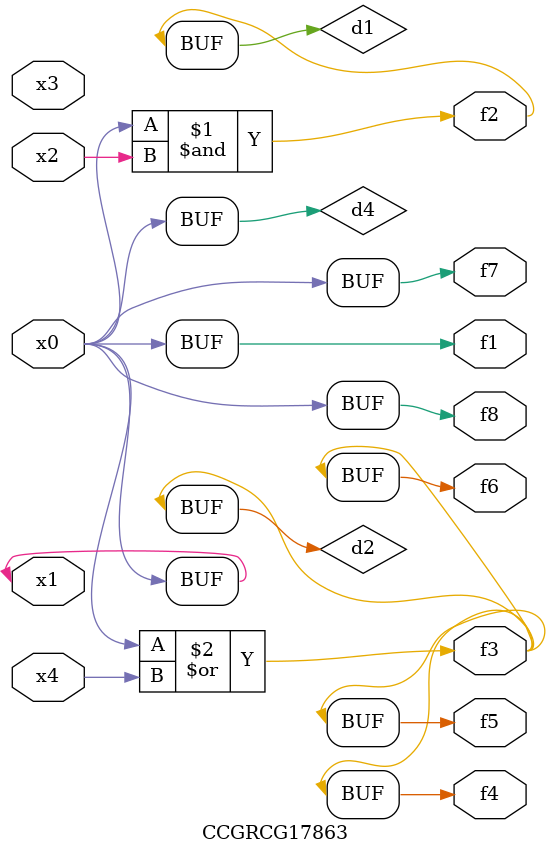
<source format=v>
module CCGRCG17863(
	input x0, x1, x2, x3, x4,
	output f1, f2, f3, f4, f5, f6, f7, f8
);

	wire d1, d2, d3, d4;

	and (d1, x0, x2);
	or (d2, x0, x4);
	nand (d3, x0, x2);
	buf (d4, x0, x1);
	assign f1 = d4;
	assign f2 = d1;
	assign f3 = d2;
	assign f4 = d2;
	assign f5 = d2;
	assign f6 = d2;
	assign f7 = d4;
	assign f8 = d4;
endmodule

</source>
